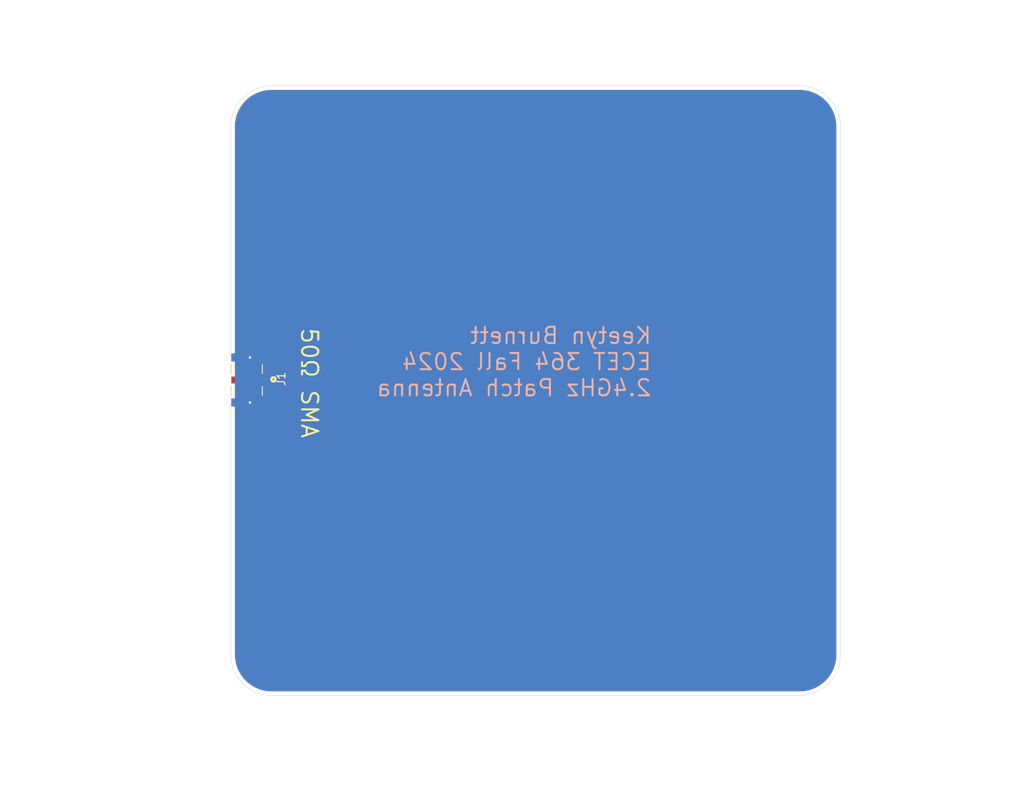
<source format=kicad_pcb>
(kicad_pcb (version 20240108) (generator "pcbnew") (generator_version "8.0")
  (layers (0 "F.Cu" signal) (31 "B.Cu" signal) (34 "B.Paste" user) (35 "F.Paste" user) (36 "B.SilkS" user "B.Silkscreen") (37 "F.SilkS" user "F.Silkscreen") (38 "B.Mask" user) (39 "F.Mask" user) (44 "Edge.Cuts" user))
  (net 0 "")
  (net 1 "Net-(AE1-A)")
  (net 2 "GND")
  (footprint "SMA_Connector:TAOGLAS_EMPCB.SMAFSTJ.B.HT" (layer "F.Cu") (at 118.75 68.75 -90)
    (property "Reference" "J1" (at -0.13514 -3.84871 90) (layer "F.SilkS") (effects (font (size 1.000961 1.000961))))
    (property "Value" "EMPCB.SMAFSTJ.B.HT")
    (fp_line (start -1.9 2.28) (end -0.8 2.28) (stroke (width 0.127)) (layer "F.SilkS"))
    (fp_line (start 0.8 2.28) (end 1.9 2.28) (stroke (width 0.127)) (layer "F.SilkS"))
    (fp_line (start -1.9 -1.52) (end -0.8 -1.52) (stroke (width 0.127)) (layer "F.SilkS"))
    (fp_line (start 0.8 -1.52) (end 1.9 -1.52) (stroke (width 0.127)) (layer "F.SilkS"))
    (fp_circle (center -0.073 -2.888) (end 0.027 -2.888) (stroke (width 0.3)) (fill none) (layer "F.SilkS"))
    (pad "1" smd rect (at 0 0 270) (size 0.85 4.56) (layers "F.Cu" "F.Paste" "F.Mask") (net 1 "Net-(AE1-A)"))
    (pad "SH1" smd rect (at -2.77 0 270) (size 1 4.56) (layers "F.Cu" "F.Paste" "F.Mask") (net 2 "GND"))
    (pad "SH2" smd rect (at 2.77 0 270) (size 1 4.56) (layers "F.Cu" "F.Paste" "F.Mask") (net 2 "GND"))
    (pad "SH3" smd rect (at -2.77 0 270) (size 1 4.56) (layers "B.Cu" "B.Paste" "B.Mask") (net 2 "GND"))
    (pad "SH4" smd rect (at 2.77 0 270) (size 1 4.56) (layers "B.Cu" "B.Paste" "B.Mask") (net 2 "GND"))
  )
  (footprint "Custom_Parts:2.4GHz_Patch" (layer "F.Cu") (at 150 50)
    (property "Reference" "AE1" (hide yes))
    (property "Value" "Antenna")
    (fp_rect (start -29.782 17.4068) (end 0 20.1852) (stroke (width 0.2)) (fill solid) (layer "F.Cu"))
    (fp_rect (start -7.7216 0) (end 0 14.9068) (stroke (width 0.2)) (fill solid) (layer "F.Cu"))
    (fp_rect (start -7.7216 22.6852) (end 0 37.592) (stroke (width 0.2)) (fill solid) (layer "F.Cu"))
    (fp_rect (start 0 0) (end 20.2184 37.592) (stroke (width 0.2)) (fill solid) (layer "F.Cu"))
  )
  (gr_line (start 191.4 37.559) (end 191.4 102.559) (stroke (width 0.05)) (layer "Edge.Cuts"))
  (gr_line (start 186.4 107.559) (end 121.4 107.559) (stroke (width 0.05)) (layer "Edge.Cuts"))
  (gr_arc (start 116.4 37.559) (mid 117.864466 34.023466) (end 121.4 32.559) (stroke (width 0.05)) (layer "Edge.Cuts"))
  (gr_line (start 121.4 32.559) (end 186.4 32.559) (stroke (width 0.05)) (layer "Edge.Cuts"))
  (gr_arc (start 186.4 32.559) (mid 189.935534 34.023466) (end 191.4 37.559) (stroke (width 0.05)) (layer "Edge.Cuts"))
  (gr_arc (start 191.4 102.559) (mid 189.935534 106.094534) (end 186.4 107.559) (stroke (width 0.05)) (layer "Edge.Cuts"))
  (gr_arc (start 121.4 107.559) (mid 117.864466 106.094534) (end 116.4 102.559) (stroke (width 0.05)) (layer "Edge.Cuts"))
  (gr_line (start 116.4 102.559) (end 116.4 37.559) (stroke (width 0.05)) (layer "Edge.Cuts"))
  (gr_text "Keetyn Burnett\nECET 364 Fall 2024\n2.4GHz Patch Antenna\n" (at 168.3 70.9 0) (layer "B.SilkS") (effects (font (size 2 2) (thickness 0.25)) (justify left bottom mirror)))
  (gr_text "50Ω SMA\n" (at 124.9 62.2 -90) (layer "F.SilkS") (effects (font (size 2 2) (thickness 0.25)) (justify left bottom)))
  (via (at 118.75 65.98) (size 1) (drill 0.3) (layers "F.Cu" "B.Cu") (net 2))
  (via (at 118.75 71.52) (size 1) (drill 0.3) (layers "F.Cu" "B.Cu") (net 2))
  (zone (net 2) (net_name "GND") (layer "B.Cu") (connect_pads yes (clearance 0.5)) (min_thickness 0.25) (fill yes (thermal_gap 0.5) (thermal_bridge_width 0.5))
    (polygon (pts (xy 99.1 24.5) (xy 214 24.5) (xy 211 120.7) (xy 88 121.8) (xy 101 22)))
  )
)
</source>
